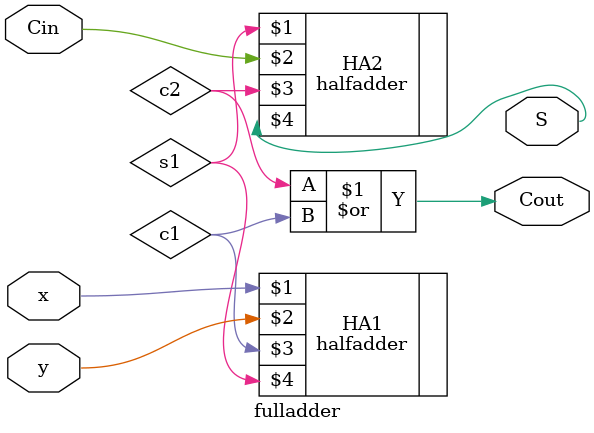
<source format=v>
`timescale 1ns / 1ps


module fulladder(x, y, Cin, S, Cout);
input x, y, Cin;
output S, Cout;
wire c1, s1, c2;

halfadder HA1(x, y, c1, s1);
halfadder HA2(s1, Cin, c2, S);

assign Cout = c2 | c1;

endmodule

</source>
